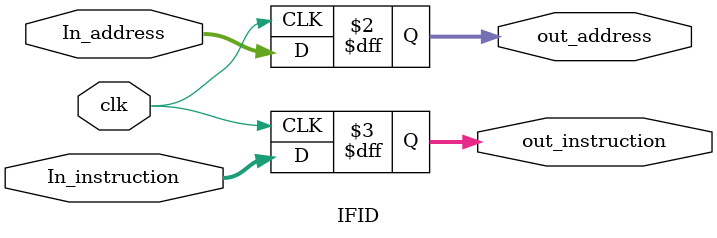
<source format=v>
`timescale 1ns / 1ps
 
module IFID(out_address,out_instruction,In_address,In_instruction,clk);
input clk;
input wire [31:0] In_address;
input wire [31:0] In_instruction;
output reg [31:0] out_address;
output reg [31:0] out_instruction;
always @ (posedge clk)
begin
	out_address<=In_address;
	out_instruction<=In_instruction;
end
endmodule
</source>
